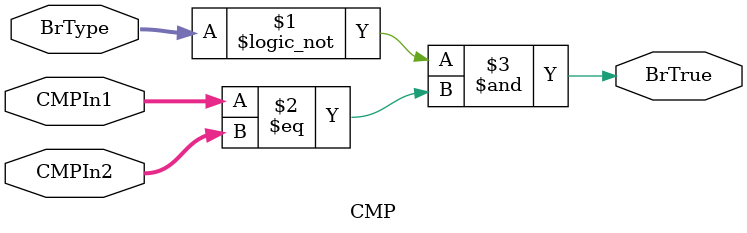
<source format=v>
`timescale 1ns / 1ps
module CMP(
    input [31:0] CMPIn1,
    input [31:0] CMPIn2,
    input [2:0] BrType,
    output BrTrue
    );
	assign BrTrue = (BrType==3'b000 & CMPIn1==CMPIn2); //beq

endmodule

</source>
